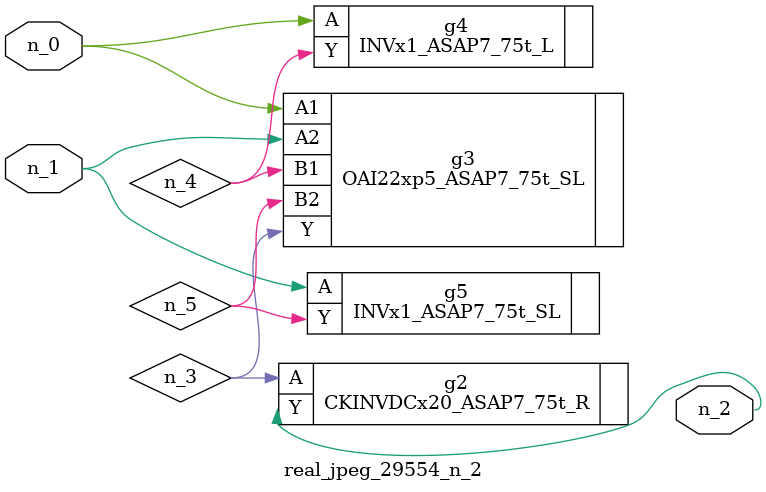
<source format=v>
module real_jpeg_29554_n_2 (n_1, n_0, n_2);

input n_1;
input n_0;

output n_2;

wire n_5;
wire n_4;
wire n_3;

OAI22xp5_ASAP7_75t_SL g3 ( 
.A1(n_0),
.A2(n_1),
.B1(n_4),
.B2(n_5),
.Y(n_3)
);

INVx1_ASAP7_75t_L g4 ( 
.A(n_0),
.Y(n_4)
);

INVx1_ASAP7_75t_SL g5 ( 
.A(n_1),
.Y(n_5)
);

CKINVDCx20_ASAP7_75t_R g2 ( 
.A(n_3),
.Y(n_2)
);


endmodule
</source>
